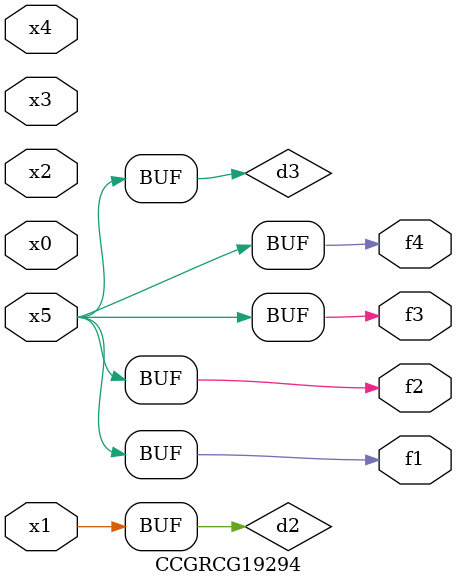
<source format=v>
module CCGRCG19294(
	input x0, x1, x2, x3, x4, x5,
	output f1, f2, f3, f4
);

	wire d1, d2, d3;

	not (d1, x5);
	or (d2, x1);
	xnor (d3, d1);
	assign f1 = d3;
	assign f2 = d3;
	assign f3 = d3;
	assign f4 = d3;
endmodule

</source>
